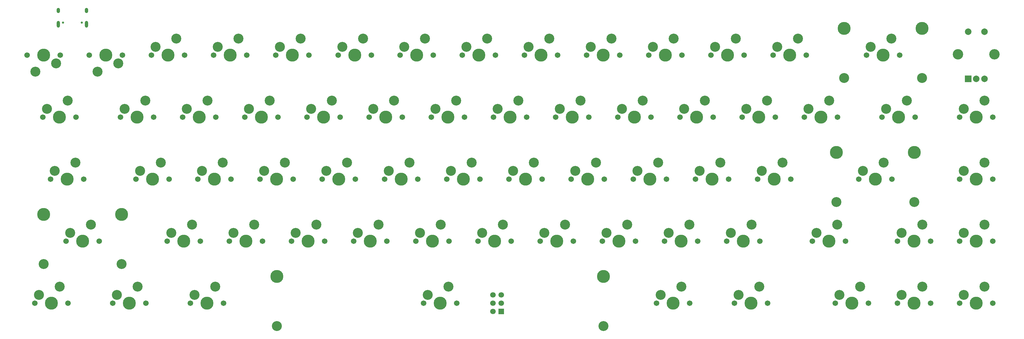
<source format=gbr>
%TF.GenerationSoftware,KiCad,Pcbnew,(6.0.8)*%
%TF.CreationDate,2023-04-08T23:31:00-04:00*%
%TF.ProjectId,keeb,6b656562-2e6b-4696-9361-645f70636258,rev?*%
%TF.SameCoordinates,Original*%
%TF.FileFunction,Soldermask,Top*%
%TF.FilePolarity,Negative*%
%FSLAX46Y46*%
G04 Gerber Fmt 4.6, Leading zero omitted, Abs format (unit mm)*
G04 Created by KiCad (PCBNEW (6.0.8)) date 2023-04-08 23:31:00*
%MOMM*%
%LPD*%
G01*
G04 APERTURE LIST*
%ADD10C,3.987800*%
%ADD11C,3.048000*%
%ADD12C,1.701800*%
%ADD13C,1.700000*%
%ADD14R,1.700000X1.700000*%
%ADD15C,2.000000*%
%ADD16C,3.200000*%
%ADD17R,2.000000X2.000000*%
%ADD18O,1.000000X1.600000*%
%ADD19O,1.000000X2.100000*%
%ADD20C,0.650000*%
G04 APERTURE END LIST*
D10*
%TO.C,SW16*%
X328627250Y-80962500D03*
D11*
X316689250Y-87947500D03*
X324817250Y-78422500D03*
D10*
X316689250Y-72707500D03*
D12*
X333707250Y-80962500D03*
D10*
X340565250Y-72707500D03*
D12*
X323547250Y-80962500D03*
D11*
X331167250Y-75882500D03*
X340565250Y-87947500D03*
%TD*%
D13*
%TO.C,J1*%
X209088500Y-154622500D03*
X211628500Y-154622500D03*
X209088500Y-157162500D03*
X211628500Y-157162500D03*
X209088500Y-159702500D03*
D14*
X211628500Y-159702500D03*
%TD*%
D15*
%TO.C,SW2*%
X354687500Y-73712500D03*
X359687500Y-73712500D03*
D16*
X362787500Y-80712500D03*
X351587500Y-80712500D03*
D15*
X357187500Y-88212500D03*
X359687500Y-88212500D03*
D17*
X354687500Y-88212500D03*
%TD*%
D10*
%TO.C,SW61*%
X97646000Y-157162500D03*
D11*
X93836000Y-154622500D03*
X100186000Y-152082500D03*
D12*
X92566000Y-157162500D03*
X102726000Y-157162500D03*
%TD*%
D11*
%TO.C,SW50*%
X174017305Y-133032500D03*
D12*
X166397305Y-138112500D03*
D11*
X167667305Y-135572500D03*
D10*
X171477305Y-138112500D03*
D12*
X176557305Y-138112500D03*
%TD*%
D11*
%TO.C,SW57*%
X314557555Y-133032500D03*
D12*
X317097555Y-138112500D03*
X306937555Y-138112500D03*
D10*
X312017555Y-138112500D03*
D11*
X308207555Y-135572500D03*
%TD*%
D10*
%TO.C,SW38*%
X200025000Y-119062500D03*
D12*
X205105000Y-119062500D03*
D11*
X196215000Y-116522500D03*
X202565000Y-113982500D03*
D12*
X194945000Y-119062500D03*
%TD*%
D10*
%TO.C,SW31*%
X357187500Y-100012500D03*
D12*
X352107500Y-100012500D03*
D11*
X359727500Y-94932500D03*
X353377500Y-97472500D03*
D12*
X362267500Y-100012500D03*
%TD*%
D10*
%TO.C,SW5*%
X109552250Y-80962500D03*
D12*
X114632250Y-80962500D03*
X104472250Y-80962500D03*
D11*
X105742250Y-78422500D03*
X112092250Y-75882500D03*
%TD*%
D10*
%TO.C,SW46*%
X71420500Y-129857500D03*
X83358500Y-138112500D03*
D11*
X71420500Y-145097500D03*
X79548500Y-135572500D03*
D12*
X88438500Y-138112500D03*
D11*
X85898500Y-133032500D03*
D12*
X78278500Y-138112500D03*
D10*
X95296500Y-129857500D03*
D11*
X95296500Y-145097500D03*
%TD*%
D12*
%TO.C,SW54*%
X242597305Y-138112500D03*
D11*
X250217305Y-133032500D03*
D12*
X252757305Y-138112500D03*
D10*
X247677305Y-138112500D03*
D11*
X243867305Y-135572500D03*
%TD*%
%TO.C,SW22*%
X172417250Y-97472500D03*
D12*
X181307250Y-100012500D03*
X171147250Y-100012500D03*
D11*
X178767250Y-94932500D03*
D10*
X176227250Y-100012500D03*
%TD*%
D11*
%TO.C,SW28*%
X286702500Y-97472500D03*
D12*
X285432500Y-100012500D03*
X295592500Y-100012500D03*
D10*
X290512500Y-100012500D03*
D11*
X293052500Y-94932500D03*
%TD*%
%TO.C,SW42*%
X278765000Y-113982500D03*
D12*
X271145000Y-119062500D03*
X281305000Y-119062500D03*
D10*
X276225000Y-119062500D03*
D11*
X272415000Y-116522500D03*
%TD*%
D12*
%TO.C,SW39*%
X213995000Y-119062500D03*
D10*
X219075000Y-119062500D03*
D12*
X224155000Y-119062500D03*
D11*
X221615000Y-113982500D03*
X215265000Y-116522500D03*
%TD*%
D12*
%TO.C,SW55*%
X261647305Y-138112500D03*
X271807305Y-138112500D03*
D11*
X269267305Y-133032500D03*
X262917305Y-135572500D03*
D10*
X266727305Y-138112500D03*
%TD*%
D11*
%TO.C,SW4*%
X94312250Y-83502500D03*
D10*
X90502250Y-80962500D03*
D12*
X95582250Y-80962500D03*
X85422250Y-80962500D03*
D11*
X87962250Y-86042500D03*
%TD*%
%TO.C,SW36*%
X158081000Y-116522500D03*
X164431000Y-113982500D03*
D12*
X166971000Y-119062500D03*
D10*
X161891000Y-119062500D03*
D12*
X156811000Y-119062500D03*
%TD*%
%TO.C,SW30*%
X328295000Y-100012500D03*
D10*
X333375000Y-100012500D03*
D12*
X338455000Y-100012500D03*
D11*
X329565000Y-97472500D03*
X335915000Y-94932500D03*
%TD*%
%TO.C,SW59*%
X353377500Y-135572500D03*
D10*
X357187500Y-138112500D03*
D12*
X362267500Y-138112500D03*
X352107500Y-138112500D03*
D11*
X359727500Y-133032500D03*
%TD*%
D12*
%TO.C,SW66*%
X314007500Y-157162500D03*
D10*
X319087500Y-157162500D03*
D11*
X321627500Y-152082500D03*
D12*
X324167500Y-157162500D03*
D11*
X315277500Y-154622500D03*
%TD*%
%TO.C,SW6*%
X131142250Y-75882500D03*
D10*
X128602250Y-80962500D03*
D12*
X123522250Y-80962500D03*
D11*
X124792250Y-78422500D03*
D12*
X133682250Y-80962500D03*
%TD*%
%TO.C,SW60*%
X68753500Y-157162500D03*
D11*
X76373500Y-152082500D03*
X70023500Y-154622500D03*
D10*
X73833500Y-157162500D03*
D12*
X78913500Y-157162500D03*
%TD*%
D11*
%TO.C,SW29*%
X312102500Y-94932500D03*
X305752500Y-97472500D03*
D12*
X314642500Y-100012500D03*
D10*
X309562500Y-100012500D03*
D12*
X304482500Y-100012500D03*
%TD*%
%TO.C,SW67*%
X333057500Y-157162500D03*
D10*
X338137500Y-157162500D03*
D11*
X340677500Y-152082500D03*
D12*
X343217500Y-157162500D03*
D11*
X334327500Y-154622500D03*
%TD*%
%TO.C,SW37*%
X183515000Y-113982500D03*
D12*
X186055000Y-119062500D03*
X175895000Y-119062500D03*
D11*
X177165000Y-116522500D03*
D10*
X180975000Y-119062500D03*
%TD*%
D12*
%TO.C,SW14*%
X275922250Y-80962500D03*
D11*
X277192250Y-78422500D03*
X283542250Y-75882500D03*
D12*
X286082250Y-80962500D03*
D10*
X281002250Y-80962500D03*
%TD*%
D11*
%TO.C,SW51*%
X186717305Y-135572500D03*
X193067305Y-133032500D03*
D10*
X190527305Y-138112500D03*
D12*
X185447305Y-138112500D03*
X195607305Y-138112500D03*
%TD*%
D11*
%TO.C,SW7*%
X150192250Y-75882500D03*
X143842250Y-78422500D03*
D10*
X147652250Y-80962500D03*
D12*
X142572250Y-80962500D03*
X152732250Y-80962500D03*
%TD*%
D10*
%TO.C,SW53*%
X228627305Y-138112500D03*
D11*
X231167305Y-133032500D03*
D12*
X233707305Y-138112500D03*
X223547305Y-138112500D03*
D11*
X224817305Y-135572500D03*
%TD*%
%TO.C,SW58*%
X334327500Y-135572500D03*
D12*
X333057500Y-138112500D03*
D11*
X340677500Y-133032500D03*
D12*
X343217500Y-138112500D03*
D10*
X338137500Y-138112500D03*
%TD*%
D12*
%TO.C,SW26*%
X257507250Y-100012500D03*
D11*
X254967250Y-94932500D03*
D12*
X247347250Y-100012500D03*
D10*
X252427250Y-100012500D03*
D11*
X248617250Y-97472500D03*
%TD*%
D12*
%TO.C,SW33*%
X99709750Y-119062500D03*
D11*
X100979750Y-116522500D03*
D12*
X109869750Y-119062500D03*
D11*
X107329750Y-113982500D03*
D10*
X104789750Y-119062500D03*
%TD*%
D12*
%TO.C,SW8*%
X161654000Y-80962500D03*
D11*
X169274000Y-75882500D03*
D12*
X171814000Y-80962500D03*
D11*
X162924000Y-78422500D03*
D10*
X166734000Y-80962500D03*
%TD*%
D11*
%TO.C,SW27*%
X267667250Y-97472500D03*
D12*
X266397250Y-100012500D03*
D10*
X271477250Y-100012500D03*
D11*
X274017250Y-94932500D03*
D12*
X276557250Y-100012500D03*
%TD*%
D10*
%TO.C,SW64*%
X264333500Y-157162500D03*
D11*
X260523500Y-154622500D03*
X266873500Y-152082500D03*
D12*
X259253500Y-157162500D03*
X269413500Y-157162500D03*
%TD*%
D11*
%TO.C,SW9*%
X181942250Y-78422500D03*
D12*
X180672250Y-80962500D03*
D10*
X185752250Y-80962500D03*
D11*
X188292250Y-75882500D03*
D12*
X190832250Y-80962500D03*
%TD*%
D11*
%TO.C,SW45*%
X353377500Y-116522500D03*
D12*
X352107500Y-119062500D03*
D11*
X359727500Y-113982500D03*
D12*
X362267500Y-119062500D03*
D10*
X357187500Y-119062500D03*
%TD*%
D11*
%TO.C,SW13*%
X264492250Y-75882500D03*
D12*
X267032250Y-80962500D03*
X256872250Y-80962500D03*
D11*
X258142250Y-78422500D03*
D10*
X261952250Y-80962500D03*
%TD*%
D12*
%TO.C,SW11*%
X218772250Y-80962500D03*
D10*
X223852250Y-80962500D03*
D11*
X226392250Y-75882500D03*
D12*
X228932250Y-80962500D03*
D11*
X220042250Y-78422500D03*
%TD*%
%TO.C,SW48*%
X135904750Y-133032500D03*
X129554750Y-135572500D03*
D12*
X128284750Y-138112500D03*
X138444750Y-138112500D03*
D10*
X133364750Y-138112500D03*
%TD*%
%TO.C,SW43*%
X295275000Y-119062500D03*
D11*
X297815000Y-113982500D03*
D12*
X290195000Y-119062500D03*
D11*
X291465000Y-116522500D03*
D12*
X300355000Y-119062500D03*
%TD*%
D18*
%TO.C,USB1*%
X75917330Y-67270635D03*
D19*
X75917330Y-71450635D03*
D18*
X84557330Y-67270635D03*
D19*
X84557330Y-71450635D03*
D20*
X77347330Y-70920635D03*
X83127330Y-70920635D03*
%TD*%
D12*
%TO.C,SW17*%
X71134750Y-100012500D03*
D10*
X76214750Y-100012500D03*
D11*
X72404750Y-97472500D03*
X78754750Y-94932500D03*
D12*
X81294750Y-100012500D03*
%TD*%
D11*
%TO.C,SW65*%
X290686000Y-152082500D03*
X284336000Y-154622500D03*
D12*
X283066000Y-157162500D03*
D10*
X288146000Y-157162500D03*
D12*
X293226000Y-157162500D03*
%TD*%
%TO.C,SW34*%
X118711000Y-119062500D03*
D11*
X119981000Y-116522500D03*
D10*
X123791000Y-119062500D03*
D11*
X126331000Y-113982500D03*
D12*
X128871000Y-119062500D03*
%TD*%
D11*
%TO.C,SW68*%
X359727500Y-152082500D03*
X353377500Y-154622500D03*
D10*
X357187500Y-157162500D03*
D12*
X362267500Y-157162500D03*
X352107500Y-157162500D03*
%TD*%
%TO.C,SW19*%
X113997250Y-100012500D03*
D11*
X121617250Y-94932500D03*
D12*
X124157250Y-100012500D03*
D10*
X119077250Y-100012500D03*
D11*
X115267250Y-97472500D03*
%TD*%
%TO.C,SW62*%
X117648500Y-154622500D03*
D10*
X121458500Y-157162500D03*
D11*
X123998500Y-152082500D03*
D12*
X126538500Y-157162500D03*
X116378500Y-157162500D03*
%TD*%
D10*
%TO.C,SW32*%
X78596000Y-119062500D03*
D11*
X74786000Y-116522500D03*
D12*
X83676000Y-119062500D03*
D11*
X81136000Y-113982500D03*
D12*
X73516000Y-119062500D03*
%TD*%
D10*
%TO.C,SW41*%
X257175000Y-119062500D03*
D12*
X262255000Y-119062500D03*
D11*
X259715000Y-113982500D03*
D12*
X252095000Y-119062500D03*
D11*
X253365000Y-116522500D03*
%TD*%
D12*
%TO.C,SW15*%
X305132250Y-80962500D03*
X294972250Y-80962500D03*
D11*
X302592250Y-75882500D03*
X296242250Y-78422500D03*
D10*
X300052250Y-80962500D03*
%TD*%
D12*
%TO.C,SW3*%
X76532250Y-80962500D03*
D11*
X68912250Y-86042500D03*
D10*
X71452250Y-80962500D03*
D12*
X66372250Y-80962500D03*
D11*
X75262250Y-83502500D03*
%TD*%
%TO.C,SW40*%
X240665000Y-113982500D03*
X234315000Y-116522500D03*
D10*
X238125000Y-119062500D03*
D12*
X233045000Y-119062500D03*
X243205000Y-119062500D03*
%TD*%
D10*
%TO.C,SW25*%
X233377250Y-100012500D03*
D12*
X238457250Y-100012500D03*
D11*
X229567250Y-97472500D03*
X235917250Y-94932500D03*
D12*
X228297250Y-100012500D03*
%TD*%
D11*
%TO.C,SW20*%
X140667250Y-94932500D03*
D12*
X133047250Y-100012500D03*
X143207250Y-100012500D03*
D11*
X134317250Y-97472500D03*
D10*
X138127250Y-100012500D03*
%TD*%
D12*
%TO.C,SW52*%
X204543805Y-138112500D03*
D11*
X205813805Y-135572500D03*
D12*
X214703805Y-138112500D03*
D11*
X212163805Y-133032500D03*
D10*
X209623805Y-138112500D03*
%TD*%
D12*
%TO.C,SW24*%
X219381710Y-100012500D03*
D11*
X210491710Y-97472500D03*
D10*
X214301710Y-100012500D03*
D12*
X209221710Y-100012500D03*
D11*
X216841710Y-94932500D03*
%TD*%
%TO.C,SW35*%
X139031000Y-116522500D03*
D12*
X137761000Y-119062500D03*
D11*
X145381000Y-113982500D03*
D12*
X147921000Y-119062500D03*
D10*
X142841000Y-119062500D03*
%TD*%
D11*
%TO.C,SW10*%
X207342250Y-75882500D03*
D10*
X204802250Y-80962500D03*
D12*
X199722250Y-80962500D03*
X209882250Y-80962500D03*
D11*
X200992250Y-78422500D03*
%TD*%
%TO.C,SW47*%
X116854750Y-133032500D03*
D10*
X114314750Y-138112500D03*
D11*
X110504750Y-135572500D03*
D12*
X119394750Y-138112500D03*
X109234750Y-138112500D03*
%TD*%
D11*
%TO.C,SW56*%
X288363805Y-133032500D03*
D12*
X290903805Y-138112500D03*
X280743805Y-138112500D03*
D11*
X282013805Y-135572500D03*
D10*
X285823805Y-138112500D03*
%TD*%
D11*
%TO.C,SW18*%
X102571000Y-94932500D03*
X96221000Y-97472500D03*
D12*
X94951000Y-100012500D03*
D10*
X100031000Y-100012500D03*
D12*
X105111000Y-100012500D03*
%TD*%
D11*
%TO.C,SW12*%
X245442250Y-75882500D03*
D10*
X242902250Y-80962500D03*
D11*
X239092250Y-78422500D03*
D12*
X247982250Y-80962500D03*
X237822250Y-80962500D03*
%TD*%
%TO.C,SW44*%
X321151250Y-119062500D03*
D10*
X314293250Y-110807500D03*
D11*
X338169250Y-126047500D03*
X314293250Y-126047500D03*
D12*
X331311250Y-119062500D03*
D11*
X322421250Y-116522500D03*
D10*
X338169250Y-110807500D03*
X326231250Y-119062500D03*
D11*
X328771250Y-113982500D03*
%TD*%
%TO.C,SW49*%
X148617305Y-135572500D03*
D12*
X157507305Y-138112500D03*
X147347305Y-138112500D03*
D11*
X154967305Y-133032500D03*
D10*
X152427305Y-138112500D03*
%TD*%
D11*
%TO.C,SW63*%
X242934007Y-164147500D03*
D10*
X192896007Y-157162500D03*
X142858007Y-148907500D03*
D11*
X142858007Y-164147500D03*
D12*
X187816007Y-157162500D03*
D11*
X195436007Y-152082500D03*
X189086007Y-154622500D03*
D12*
X197976007Y-157162500D03*
D10*
X242934007Y-148907500D03*
%TD*%
D12*
%TO.C,SW21*%
X162257250Y-100012500D03*
D11*
X159717250Y-94932500D03*
D12*
X152097250Y-100012500D03*
D11*
X153367250Y-97472500D03*
D10*
X157177250Y-100012500D03*
%TD*%
D11*
%TO.C,SW23*%
X191467250Y-97472500D03*
D12*
X200357250Y-100012500D03*
X190197250Y-100012500D03*
D10*
X195277250Y-100012500D03*
D11*
X197817250Y-94932500D03*
%TD*%
M02*

</source>
